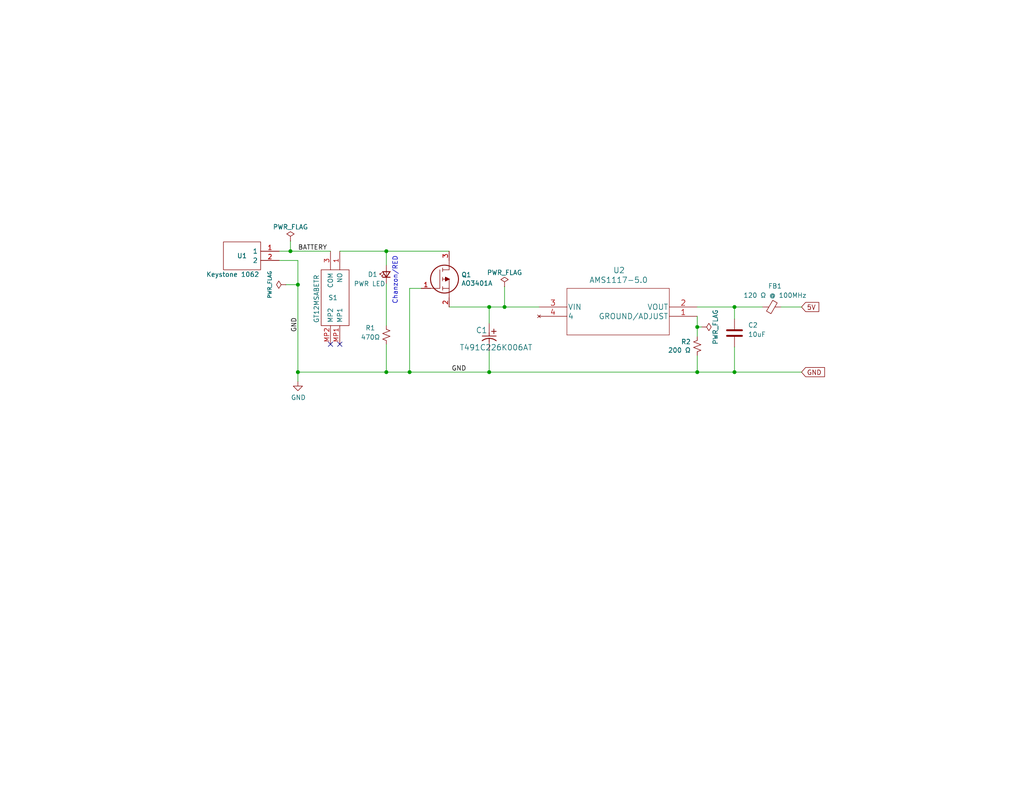
<source format=kicad_sch>
(kicad_sch (version 20231120) (generator "eeschema") (generator_version "8.0")
  (paper "USLetter")
  (title_block (title "${project_name}") (date "2022-04-26") (rev "${version}") (company "Lutzcraft") (comment 1 "Circuits designed by Ben Eater") (comment 2 "Kicad project by David Lutz") (comment 3 "Uses 2 x C2032 Batteries"))
  (lib_symbols
    (symbol "1062TR:1062TR" (pin_names (offset 0.762))
      (property "Reference" "U" (at 16.51 7.62 0))
      (property "Value" "1062TR" (at 16.51 5.08 0))
      (symbol "1062TR_0_0"
        (pin passive line (at 0 -2.54 0) (length 5.08) (name "1") (number "1"))
        (pin passive line (at 0 0 0) (length 5.08) (name "2") (number "2"))
      )
      (symbol "1062TR_0_1"
        (polyline (pts (xy 5.08 2.54) (xy 15.24 2.54) (xy 15.24 -5.08) (xy 5.08 -5.08) (xy 5.08 2.54)) (stroke (width 0.1524)))
      )
    )
    (symbol "AMS1117-5.0:AMS1117-5.0" (pin_names (offset 0.254))
      (property "Reference" "U" (at 21.336 9.144 0))
      (property "Value" "AMS1117-5.0" (at 22.86 6.604 0))
      (symbol "AMS1117-5.0_1_1"
        (polyline (pts (xy 7.62 -7.62) (xy 35.56 -7.62)) (stroke (width 0.127)))
        (polyline (pts (xy 7.62 5.08) (xy 7.62 -7.62)) (stroke (width 0.127)))
        (polyline (pts (xy 35.56 -7.62) (xy 35.56 5.08)) (stroke (width 0.127)))
        (polyline (pts (xy 35.56 5.08) (xy 7.62 5.08)) (stroke (width 0.127)))
        (pin power_in line (at 0 0 0) (length 7.62) (name "GROUND/ADJUST") (number "1"))
        (pin output line (at 0 -2.54 0) (length 7.62) (name "VOUT") (number "2"))
        (pin passive line (at 43.18 -2.54 180) (length 7.62) (name "VIN") (number "3"))
        (pin no_connect line (at 43.18 0 180) (length 7.62) (name "4") (number "4"))
      )
    )
    (symbol "AO3401A:AO3401A" (pin_names (offset 0.762))
      (property "Reference" "Q" (at 11.43 3.81 0))
      (property "Value" "AO3401A" (at 11.43 1.27 0))
      (symbol "AO3401A_0_0"
        (pin passive line (at 0 0 0) (length 2.54) (name "~") (number "1"))
        (pin passive line (at 7.62 -5.08 90) (length 2.54) (name "~") (number "2"))
        (pin passive line (at 7.62 10.16 270) (length 2.54) (name "~") (number "3"))
      )
      (symbol "AO3401A_0_1"
        (polyline (pts (xy 5.842 -0.508) (xy 5.842 0.508)) (stroke (width 0.1524)))
        (polyline (pts (xy 5.842 0) (xy 7.62 0)) (stroke (width 0.1524)))
        (polyline (pts (xy 5.842 2.032) (xy 5.842 3.048)) (stroke (width 0.1524)))
        (polyline (pts (xy 5.842 5.588) (xy 5.842 4.572)) (stroke (width 0.1524)))
        (polyline (pts (xy 7.62 2.54) (xy 5.842 2.54)) (stroke (width 0.1524)))
        (polyline (pts (xy 7.62 2.54) (xy 7.62 -2.54)) (stroke (width 0.1524)))
        (polyline (pts (xy 7.62 5.08) (xy 5.842 5.08)) (stroke (width 0.1524)))
        (polyline (pts (xy 7.62 5.08) (xy 7.62 7.62)) (stroke (width 0.1524)))
        (polyline (pts (xy 2.54 0) (xy 5.08 0) (xy 5.08 5.08)) (stroke (width 0.1524)))
        (polyline (pts (xy 7.62 2.54) (xy 6.604 3.048) (xy 6.604 2.032) (xy 7.62 2.54)) (stroke (width 0.254)) (fill (type outline)))
        (circle (center 6.35 2.54) (radius 3.81) (stroke (width 0.254)))
      )
    )
    (symbol "Device:C" (pin_numbers hide) (pin_names (offset 0.254))
      (property "Reference" "C" (at 0.635 2.54 0))
      (property "Value" "C" (at 0.635 -2.54 0))
      (symbol "C_0_1"
        (polyline (pts (xy -2.032 -0.762) (xy 2.032 -0.762)) (stroke (width 0.508)))
        (polyline (pts (xy -2.032 0.762) (xy 2.032 0.762)) (stroke (width 0.508)))
      )
      (symbol "C_1_1"
        (pin passive line (at 0 3.81 270) (length 2.794) (name "~") (number "1"))
        (pin passive line (at 0 -3.81 90) (length 2.794) (name "~") (number "2"))
      )
    )
    (symbol "Device:FerriteBead_Small" (pin_numbers hide) (pin_names (offset 0))
      (property "Reference" "FB" (at 1.905 1.27 0))
      (property "Value" "FerriteBead_Small" (at 1.905 -1.27 0))
      (symbol "FerriteBead_Small_0_1"
        (polyline (pts (xy 0 -1.27) (xy 0 -0.7874)))
        (polyline (pts (xy 0 0.889) (xy 0 1.2954)))
        (polyline (pts (xy -1.8288 0.2794) (xy -1.1176 1.4986) (xy 1.8288 -0.2032) (xy 1.1176 -1.4224) (xy -1.8288 0.2794)))
      )
      (symbol "FerriteBead_Small_1_1"
        (pin passive line (at 0 2.54 270) (length 1.27) (name "~") (number "1"))
        (pin passive line (at 0 -2.54 90) (length 1.27) (name "~") (number "2"))
      )
    )
    (symbol "Device:LED_Small" (pin_numbers hide) (pin_names (offset 0.254) hide)
      (property "Reference" "D" (at -1.27 3.175 0))
      (property "Value" "LED_Small" (at -4.445 -2.54 0))
      (symbol "LED_Small_0_1"
        (polyline (pts (xy -0.762 -1.016) (xy -0.762 1.016)) (stroke (width 0.254)))
        (polyline (pts (xy 1.016 0) (xy -0.762 0)))
        (polyline (pts (xy 0.762 -1.016) (xy -0.762 0) (xy 0.762 1.016) (xy 0.762 -1.016)) (stroke (width 0.254)))
        (polyline (pts (xy 0 0.762) (xy -0.508 1.27) (xy -0.254 1.27) (xy -0.508 1.27) (xy -0.508 1.016)))
        (polyline (pts (xy 0.508 1.27) (xy 0 1.778) (xy 0.254 1.778) (xy 0 1.778) (xy 0 1.524)))
      )
      (symbol "LED_Small_1_1"
        (pin passive line (at -2.54 0 0) (length 1.778) (name "K") (number "1"))
        (pin passive line (at 2.54 0 180) (length 1.778) (name "A") (number "2"))
      )
    )
    (symbol "Device:R_Small_US" (pin_numbers hide) (pin_names (offset 0.254) hide)
      (property "Reference" "R" (at 0.762 0.508 0))
      (property "Value" "R_Small_US" (at 0.762 -1.016 0))
      (symbol "R_Small_US_1_1"
        (polyline (pts (xy 0 0) (xy 1.016 -0.381) (xy 0 -0.762) (xy -1.016 -1.143) (xy 0 -1.524)))
        (polyline (pts (xy 0 1.524) (xy 1.016 1.143) (xy 0 0.762) (xy -1.016 0.381) (xy 0 0)))
        (pin passive line (at 0 2.54 270) (length 1.016) (name "~") (number "1"))
        (pin passive line (at 0 -2.54 90) (length 1.016) (name "~") (number "2"))
      )
    )
    (symbol "GT12MSABETR:GT12MSABETR" (pin_names (offset 0.762))
      (property "Reference" "S" (at 21.59 7.62 0))
      (property "Value" "GT12MSABETR" (at 21.59 5.08 0))
      (symbol "GT12MSABETR_0_0"
        (pin passive line (at 25.4 -2.54 180) (length 5.08) (name "NO") (number "1"))
        (pin passive line (at 25.4 0 180) (length 5.08) (name "COM") (number "3"))
        (pin passive line (at 0 -2.54 0) (length 5.08) (name "MP1") (number "MP1"))
        (pin passive line (at 0 0 0) (length 5.08) (name "MP2") (number "MP2"))
      )
      (symbol "GT12MSABETR_0_1"
        (polyline (pts (xy 5.08 2.54) (xy 20.32 2.54) (xy 20.32 -5.08) (xy 5.08 -5.08) (xy 5.08 2.54)) (stroke (width 0.1524)))
      )
    )
    (symbol "T491C226K006AT:T491C226K006AT" (pin_numbers hide) (pin_names (offset 1.651) hide)
      (property "Reference" "C" (at 3.81 3.81 0))
      (property "Value" "T491C226K006AT" (at 3.048 -6.604 0))
      (property "Footprint" "logic_gates_footprints:T491C226K006AT" (at 3.81 -9.144 0))
      (symbol "T491C226K006AT_1_1"
        (polyline (pts (xy 1.5748 1.27) (xy 2.8448 1.27)) (stroke (width 0.2032)))
        (polyline (pts (xy 2.2098 0.635) (xy 2.2098 1.905)) (stroke (width 0.2032)))
        (polyline (pts (xy 2.54 0) (xy 3.4798 0)) (stroke (width 0.2032)))
        (polyline (pts (xy 3.4798 -1.905) (xy 3.4798 1.905)) (stroke (width 0.2032)))
        (polyline (pts (xy 4.1148 0) (xy 5.08 0)) (stroke (width 0.2032)))
        (arc (start 4.7498 1.905) (mid 4.1148 0) (end 4.7498 -1.905) (stroke (width 0.254)))
        (pin passive line (at 0 0 0) (length 2.54) (name "1") (number "1"))
        (pin passive line (at 7.62 0 180) (length 2.54) (name "2") (number "2"))
      )
    )
    (symbol "power:GND" (power) (pin_names (offset 0))
      (property "Value" "GND" (at 0 -3.81 0))
      (symbol "GND_0_1"
        (polyline (pts (xy 0 0) (xy 0 -1.27) (xy 1.27 -1.27) (xy 0 -2.54) (xy -1.27 -1.27) (xy 0 -1.27)))
      )
      (symbol "GND_1_1"
        (pin power_in line (at 0 0 270) (length 0) hide (name "GND") (number "1"))
      )
    )
    (symbol "power:PWR_FLAG" (power) (pin_numbers hide) (pin_names (offset 0) hide)
      (property "Value" "PWR_FLAG" (at 0 3.81 0))
      (symbol "PWR_FLAG_0_0"
        (pin power_out line (at 0 0 90) (length 0) (name "pwr") (number "1"))
      )
      (symbol "PWR_FLAG_0_1"
        (polyline (pts (xy 0 0) (xy 0 1.27) (xy -1.016 1.905) (xy 0 2.54) (xy 1.016 1.905) (xy 0 1.27)))
      )
    )
  )
  (junction (at 105.41 68.58))
  (junction (at 137.668 83.82))
  (junction (at 111.76 101.6))
  (junction (at 133.477 101.6))
  (junction (at 200.406 101.6))
  (junction (at 81.28 101.6))
  (junction (at 79.248 68.58))
  (junction (at 133.477 83.82))
  (junction (at 190.246 89.281))
  (junction (at 81.28 77.724))
  (junction (at 200.406 83.82))
  (junction (at 105.41 101.6))
  (junction (at 190.246 101.6))
  (no_connect (at 90.17 93.98))
  (no_connect (at 92.71 93.98))
  (wire (pts (xy 200.406 101.6) (xy 218.694 101.6)))
  (wire (pts (xy 190.246 97.028) (xy 190.246 101.6)))
  (wire (pts (xy 137.668 83.82) (xy 147.066 83.82)))
  (wire (pts (xy 77.978 77.724) (xy 81.28 77.724)))
  (wire (pts (xy 133.477 101.6) (xy 190.246 101.6)))
  (wire (pts (xy 105.41 68.58) (xy 122.555 68.58)))
  (wire (pts (xy 191.516 89.281) (xy 190.246 89.281)))
  (wire (pts (xy 133.477 83.82) (xy 133.477 88.265)))
  (wire (pts (xy 122.555 83.82) (xy 133.477 83.82)))
  (wire (pts (xy 76.2 71.12) (xy 81.28 71.12)))
  (wire (pts (xy 213.106 83.82) (xy 218.694 83.82)))
  (wire (pts (xy 105.41 77.47) (xy 105.41 88.9)))
  (wire (pts (xy 200.406 94.742) (xy 200.406 101.6)))
  (wire (pts (xy 111.76 101.6) (xy 133.477 101.6)))
  (wire (pts (xy 190.246 101.6) (xy 200.406 101.6)))
  (wire (pts (xy 190.246 86.36) (xy 190.246 89.281)))
  (wire (pts (xy 81.28 77.724) (xy 81.28 71.12)))
  (wire (pts (xy 81.28 101.6) (xy 81.28 77.724)))
  (wire (pts (xy 79.248 68.58) (xy 90.17 68.58)))
  (wire (pts (xy 200.406 83.82) (xy 200.406 87.122)))
  (wire (pts (xy 133.477 83.82) (xy 137.668 83.82)))
  (wire (pts (xy 105.41 93.98) (xy 105.41 101.6)))
  (wire (pts (xy 76.2 68.58) (xy 79.248 68.58)))
  (wire (pts (xy 81.28 101.6) (xy 105.41 101.6)))
  (wire (pts (xy 81.28 104.14) (xy 81.28 101.6)))
  (wire (pts (xy 190.246 83.82) (xy 200.406 83.82)))
  (wire (pts (xy 105.41 101.6) (xy 111.76 101.6)))
  (wire (pts (xy 105.41 68.58) (xy 105.41 72.39)))
  (wire (pts (xy 137.668 78.232) (xy 137.668 83.82)))
  (wire (pts (xy 200.406 83.82) (xy 208.026 83.82)))
  (wire (pts (xy 92.71 68.58) (xy 105.41 68.58)))
  (wire (pts (xy 114.935 78.74) (xy 111.76 78.74)))
  (wire (pts (xy 79.248 65.786) (xy 79.248 68.58)))
  (wire (pts (xy 190.246 89.281) (xy 190.246 91.948)))
  (wire (pts (xy 111.76 78.74) (xy 111.76 101.6)))
  (wire (pts (xy 133.477 95.885) (xy 133.477 101.6)))
  (text "Chanzon/RED" (at 108.585 83.185 90) (effects (font (size 1.27 1.27)) (justify left bottom)))
  (label "GND" (at 81.28 90.678 90))
  (label "BATTERY" (at 81.28 68.58 0))
  (label "GND" (at 123.19 101.6 0))
  (global_label "GND" (shape input) (at 218.694 101.6 0) (property "Intersheetrefs" "${INTERSHEET_REFS}" (effects (hide yes))))
  (global_label "5V" (shape input) (at 218.694 83.82 0) (property "Intersheetrefs" "${INTERSHEET_REFS}" (effects (hide yes))))
  (symbol (lib_id "power:PWR_FLAG") (at 79.248 65.786 0) (unit 1)
    (property "Reference" "#FLG01" (effects (hide yes)))
    (property "Value" "PWR_FLAG" (at 79.248 61.976 0))
  )
  (symbol (lib_id "power:GND") (at 81.28 104.14 0) (unit 1)
    (property "Reference" "#PWR01" (effects (hide yes)))
    (property "Value" "GND" (at 81.407 108.5342 0))
  )
  (symbol (lib_id "power:PWR_FLAG") (at 77.978 77.724 90) (unit 1)
    (property "Reference" "#FLG02" (effects (hide yes)))
    (property "Value" "PWR_FLAG" (at 73.5838 77.724 0) (effects (font (size 1 1))))
  )
  (symbol (lib_id "Device:LED_Small") (at 105.41 74.93 90) (unit 1)
    (property "Reference" "D1" (at 100.33 74.93 90) (effects (justify right)))
    (property "Value" "PWR LED" (at 96.52 77.47 90) (effects (justify right)))
    (property "Footprint" "LED_SMD:LED_1206_3216Metric_Pad1.42x1.75mm_HandSolder" (effects (hide yes)))
  )
  (symbol (lib_id "Device:R_Small_US") (at 105.41 91.44 0) (unit 1)
    (property "Reference" "R1" (at 99.695 89.535 0) (effects (justify left)))
    (property "Value" "470Ω" (at 98.425 92.075 0) (effects (justify left)))
    (property "Footprint" "Resistor_SMD:R_1206_3216Metric_Pad1.30x1.75mm_HandSolder" (effects (hide yes)))
  )
  (symbol (lib_id "power:PWR_FLAG") (at 137.668 78.232 0) (unit 1)
    (property "Reference" "#FLG03" (effects (hide yes)))
    (property "Value" "PWR_FLAG" (at 137.668 74.422 0))
  )
  (symbol (lib_id "AO3401A:AO3401A") (at 114.935 78.74 0) (unit 1)
    (property "Reference" "Q1" (at 125.857 75.0316 0) (effects (justify left)))
    (property "Value" "AO3401A" (at 125.857 77.343 0) (effects (justify left)))
    (property "Footprint" "logic_gates_footprints:SOT95P280X125-3N" (effects (hide yes)))
    (property "Datasheet" "http://www.aosmd.com/pdfs/datasheet/AO3401A.pdf" (effects (hide yes)))
    (property "Description" "30V P-Channel MOSFET" (effects (hide yes)))
    (property "Height" "1.25" (effects (hide yes)))
    (property "Manufacturer_Name" "Alpha & Omega Semiconductors" (effects (hide yes)))
    (property "Manufacturer_Part_Number" "AO3401A" (effects (hide yes)))
    (property "Arrow Part Number" "AO3401A" (effects (hide yes)))
    (property "Arrow Price/Stock" "https://www.arrow.com/en/products/ao3401a/alpha-and-omega-semiconductor?region=nac" (effects (hide yes)))
  )
  (symbol (lib_id "Device:R_Small_US") (at 190.246 94.488 0) (mirror y) (unit 1)
    (property "Reference" "R2" (at 188.5188 93.3196 0) (effects (justify left)))
    (property "Value" "200 Ω" (at 188.5188 95.631 0) (effects (justify left)))
    (property "Footprint" "Resistor_SMD:R_1206_3216Metric_Pad1.30x1.75mm_HandSolder" (effects (hide yes)))
  )
  (symbol (lib_id "power:PWR_FLAG") (at 191.516 89.281 270) (unit 1)
    (property "Reference" "#FLG04" (effects (hide yes)))
    (property "Value" "PWR_FLAG" (at 195.199 89.281 0))
  )
  (symbol (lib_id "T491C226K006AT:T491C226K006AT") (at 133.477 88.265 270) (unit 1)
    (property "Reference" "C1" (at 129.794 90.17 90) (effects (font (size 1.524 1.524)) (justify left)))
    (property "Value" "T491C226K006AT" (at 125.349 94.869 90) (effects (font (size 1.524 1.524)) (justify left)))
    (property "Footprint" "logic_gates_footprints:T491C226K006AT" (effects (hide yes)))
    (property "Datasheet" "https://api.kemet.com/component-edge/download/datasheet/T491C226K006AT.pdf" (effects (hide yes)))
    (property "Digikey Part Number" "399-3742-1-ND" (effects (hide yes)))
    (property "Digikey Price/Stock" "https://www.digikey.com/en/products/detail/kemet/T491C226K006AT/818602" (effects (hide yes)))
  )
  (symbol (lib_id "Device:FerriteBead_Small") (at 210.566 83.82 270) (unit 1)
    (property "Reference" "FB1" (at 211.455 78.105 90))
    (property "Value" "120 Ω @ 100MHz" (at 211.455 80.645 90))
    (property "Footprint" "Resistor_SMD:R_1206_3216Metric_Pad1.30x1.75mm_HandSolder" (effects (hide yes)))
  )
  (symbol (lib_id "AMS1117-5.0:AMS1117-5.0") (at 190.246 86.36 180) (unit 1)
    (property "Reference" "U2" (at 168.91 73.787 0) (effects (font (size 1.524 1.524))))
    (property "Value" "AMS1117-5.0" (at 168.783 76.454 0) (effects (font (size 1.524 1.524))))
    (property "Footprint" "logic_gates_footprints:AMS1117-5.0" (effects (hide yes)))
  )
  (symbol (lib_id "1062TR:1062TR") (at 76.2 71.12 180) (unit 1)
    (property "Reference" "U1" (at 66.04 69.85 0))
    (property "Value" "Keystone 1062" (at 63.5 74.93 0))
    (property "Footprint" "logic_gates_footprints:1062TR" (effects (hide yes)))
    (property "Datasheet" "https://www.keyelco.com/product-pdf.cfm?p=3849" (effects (hide yes)))
    (property "Description" "Coin Cell Battery Holders 2 CELL S/M COIN CELL 20mm 1.015X.896" (effects (hide yes)))
    (property "Height" "10.31" (effects (hide yes)))
    (property "Manufacturer_Name" "Keystone Electronics" (effects (hide yes)))
    (property "Manufacturer_Part_Number" "1062TR" (effects (hide yes)))
    (property "Mouser Part Number" "534-1062TR" (effects (hide yes)))
    (property "Mouser Price/Stock" "https://www.mouser.co.uk/ProductDetail/Keystone-Electronics/1062TR?qs=%252BeqmunvUw%2FWNoGZeA9V7vw%3D%3D" (effects (hide yes)))
  )
  (symbol (lib_id "Device:C") (at 200.406 90.932 0) (unit 1)
    (property "Reference" "C2" (at 204.089 88.7729 0) (effects (justify left)))
    (property "Value" "10uF" (at 204.089 91.3129 0) (effects (justify left)))
    (property "Footprint" "Capacitor_SMD:C_1206_3216Metric_Pad1.33x1.80mm_HandSolder" (effects (hide yes)))
  )
  (symbol (lib_id "GT12MSABETR:GT12MSABETR") (at 90.17 93.98 90) (unit 1)
    (property "Reference" "S1" (at 89.535 81.28 90) (effects (justify right)))
    (property "Value" "GT12MSABETR" (at 86.36 74.93 0) (effects (justify right)))
    (property "Footprint" "logic_gates_footprints:GT12MSABETR" (effects (hide yes)))
    (property "Datasheet" "https://componentsearchengine.com/Datasheets/1/GT12MSABETR.pdf" (effects (hide yes)))
    (property "Description" "Switch Toggle OFF None ON SPST Round Toggle Gull Wing 20VAC 20VDC 0.4VA PC Mount with Bracket T/R - Bulk" (effects (hide yes)))
    (property "Height" "5.46" (effects (hide yes)))
    (property "Manufacturer_Name" "C & K COMPONENTS" (effects (hide yes)))
    (property "Manufacturer_Part_Number" "GT12MSABETR" (effects (hide yes)))
    (property "Mouser Part Number" "611-GT12MSABETR" (effects (hide yes)))
    (property "Mouser Price/Stock" "https://www.mouser.co.uk/ProductDetail/CK/GT12MSABETR?qs=TUQ4LsUbwV410%252BmMCQhgJw%3D%3D" (effects (hide yes)))
  )
)
</source>
